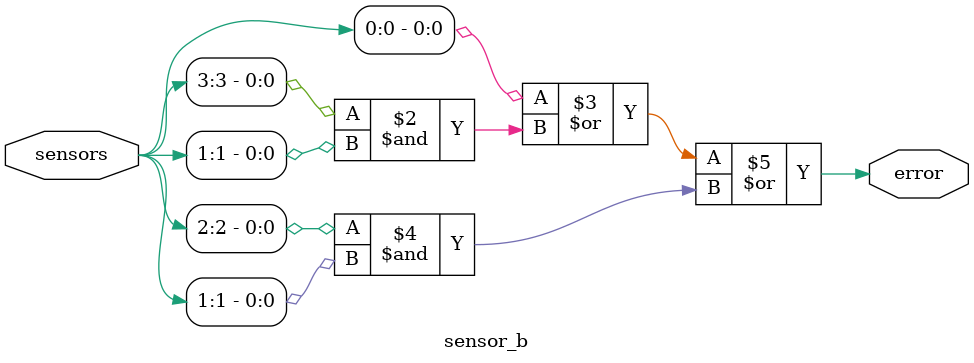
<source format=sv>

module sensor_b(

	input logic [3:0] sensors,
	output logic error	

);


always_comb begin
	error = sensors[0] | (sensors[3] & sensors[1]) | (sensors[2] & sensors[1]);
end







endmodule

</source>
